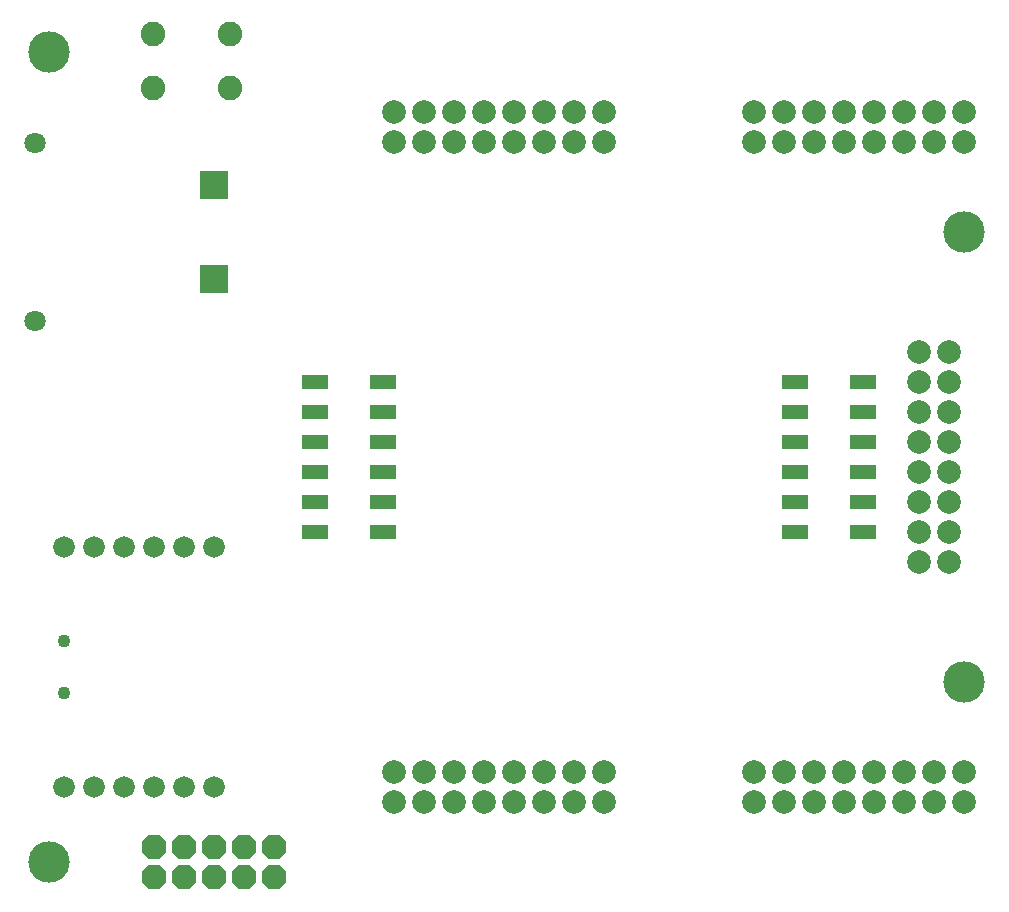
<source format=gbs>
G75*
G70*
%OFA0B0*%
%FSLAX24Y24*%
%IPPOS*%
%LPD*%
%AMOC8*
5,1,8,0,0,1.08239X$1,22.5*
%
%ADD10R,0.0966X0.0966*%
%ADD11C,0.0710*%
%ADD12C,0.0434*%
%ADD13OC8,0.0820*%
%ADD14C,0.0820*%
%ADD15C,0.0792*%
%ADD16C,0.0720*%
%ADD17R,0.0867X0.0474*%
%ADD18C,0.1380*%
D10*
X008964Y021645D03*
X008964Y024763D03*
D11*
X002979Y026156D03*
X002979Y020251D03*
D12*
X003964Y009570D03*
X003964Y007838D03*
D13*
X006964Y002704D03*
X007964Y002704D03*
X008964Y002704D03*
X009964Y002704D03*
X010964Y002704D03*
X010964Y001704D03*
X009964Y001704D03*
X008964Y001704D03*
X007964Y001704D03*
X006964Y001704D03*
D14*
X006934Y028014D03*
X006934Y029794D03*
X009494Y029794D03*
X009494Y028014D03*
D15*
X014964Y027204D03*
X015964Y027204D03*
X016964Y027204D03*
X017964Y027204D03*
X018964Y027204D03*
X019964Y027204D03*
X020964Y027204D03*
X021964Y027204D03*
X021964Y026204D03*
X020964Y026204D03*
X019964Y026204D03*
X018964Y026204D03*
X017964Y026204D03*
X016964Y026204D03*
X015964Y026204D03*
X014964Y026204D03*
X026964Y026204D03*
X027964Y026204D03*
X028964Y026204D03*
X029964Y026204D03*
X030964Y026204D03*
X031964Y026204D03*
X032964Y026204D03*
X033964Y026204D03*
X033964Y027204D03*
X032964Y027204D03*
X031964Y027204D03*
X030964Y027204D03*
X029964Y027204D03*
X028964Y027204D03*
X027964Y027204D03*
X026964Y027204D03*
X032464Y019204D03*
X033464Y019204D03*
X033464Y018204D03*
X032464Y018204D03*
X032464Y017204D03*
X033464Y017204D03*
X033464Y016204D03*
X032464Y016204D03*
X032464Y015204D03*
X033464Y015204D03*
X033464Y014204D03*
X032464Y014204D03*
X032464Y013204D03*
X033464Y013204D03*
X033464Y012204D03*
X032464Y012204D03*
X032964Y005204D03*
X033964Y005204D03*
X033964Y004204D03*
X032964Y004204D03*
X031964Y004204D03*
X030964Y004204D03*
X030964Y005204D03*
X031964Y005204D03*
X029964Y005204D03*
X029964Y004204D03*
X028964Y004204D03*
X027964Y004204D03*
X027964Y005204D03*
X028964Y005204D03*
X026964Y005204D03*
X026964Y004204D03*
X021964Y004204D03*
X021964Y005204D03*
X020964Y005204D03*
X020964Y004204D03*
X019964Y004204D03*
X019964Y005204D03*
X018964Y005204D03*
X018964Y004204D03*
X017964Y004204D03*
X016964Y004204D03*
X016964Y005204D03*
X017964Y005204D03*
X015964Y005204D03*
X015964Y004204D03*
X014964Y004204D03*
X014964Y005204D03*
D16*
X008964Y004704D03*
X007964Y004704D03*
X006964Y004704D03*
X005964Y004704D03*
X004964Y004704D03*
X003964Y004704D03*
X003964Y012704D03*
X004964Y012704D03*
X005964Y012704D03*
X006964Y012704D03*
X007964Y012704D03*
X008964Y012704D03*
D17*
X012324Y013204D03*
X012324Y014204D03*
X012324Y015204D03*
X012324Y016204D03*
X012324Y017204D03*
X012324Y018204D03*
X014604Y018204D03*
X014604Y017204D03*
X014604Y016204D03*
X014604Y015204D03*
X014604Y014204D03*
X014604Y013204D03*
X028324Y013204D03*
X028324Y014204D03*
X028324Y015204D03*
X028324Y016204D03*
X028324Y017204D03*
X028324Y018204D03*
X030604Y018204D03*
X030604Y017204D03*
X030604Y016204D03*
X030604Y015204D03*
X030604Y014204D03*
X030604Y013204D03*
D18*
X003464Y002204D03*
X033964Y008204D03*
X033964Y023204D03*
X003464Y029204D03*
M02*

</source>
